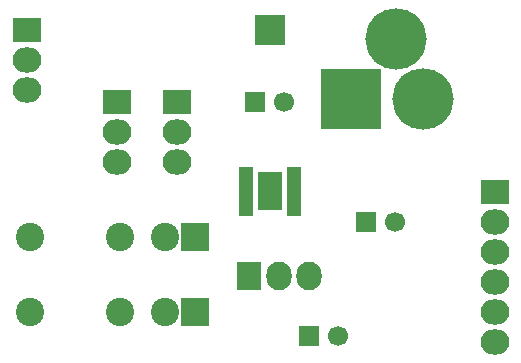
<source format=gbr>
G04 #@! TF.FileFunction,Soldermask,Top*
%FSLAX46Y46*%
G04 Gerber Fmt 4.6, Leading zero omitted, Abs format (unit mm)*
G04 Created by KiCad (PCBNEW 4.0.1-stable) date 16/02/2016 20:02:07*
%MOMM*%
G01*
G04 APERTURE LIST*
%ADD10C,0.100000*%
%ADD11R,1.700000X1.700000*%
%ADD12C,1.700000*%
%ADD13C,5.200600*%
%ADD14R,5.200600X5.200600*%
%ADD15R,2.400000X2.400000*%
%ADD16C,2.400000*%
%ADD17R,2.432000X2.127200*%
%ADD18O,2.432000X2.127200*%
%ADD19R,2.127200X2.432000*%
%ADD20O,2.127200X2.432000*%
%ADD21R,2.635200X2.635200*%
%ADD22C,2.398980*%
%ADD23R,1.289000X0.820000*%
%ADD24R,2.051000X3.245000*%
G04 APERTURE END LIST*
D10*
D11*
X150622000Y-120142000D03*
D12*
X153122000Y-120142000D03*
D13*
X160274000Y-100076000D03*
D14*
X154178000Y-100076000D03*
D13*
X157988000Y-94996000D03*
D15*
X140970000Y-111760000D03*
D16*
X138430000Y-111760000D03*
D15*
X140970000Y-118110000D03*
D16*
X138430000Y-118110000D03*
D17*
X134366000Y-100330000D03*
D18*
X134366000Y-102870000D03*
X134366000Y-105410000D03*
D19*
X145542000Y-115062000D03*
D20*
X148082000Y-115062000D03*
X150622000Y-115062000D03*
D17*
X139446000Y-100330000D03*
D18*
X139446000Y-102870000D03*
X139446000Y-105410000D03*
D17*
X126746000Y-94234000D03*
D18*
X126746000Y-96774000D03*
X126746000Y-99314000D03*
D17*
X166370000Y-107950000D03*
D18*
X166370000Y-110490000D03*
X166370000Y-113030000D03*
X166370000Y-115570000D03*
X166370000Y-118110000D03*
X166370000Y-120650000D03*
D21*
X147320000Y-94234000D03*
D22*
X134620000Y-111760000D03*
X127000000Y-111760000D03*
X134620000Y-118110000D03*
X127000000Y-118110000D03*
D23*
X145307500Y-109557500D03*
X145307500Y-108907500D03*
X145307500Y-108257500D03*
X145307500Y-107607500D03*
X145307500Y-106957500D03*
X145307500Y-106307500D03*
X149407500Y-106307500D03*
X149407500Y-106957500D03*
X149407500Y-107607500D03*
X149407500Y-108257500D03*
X149407500Y-108907500D03*
X149407500Y-109557500D03*
D24*
X147332500Y-107912500D03*
D11*
X146050000Y-100330000D03*
D12*
X148550000Y-100330000D03*
D11*
X155448000Y-110490000D03*
D12*
X157948000Y-110490000D03*
M02*

</source>
